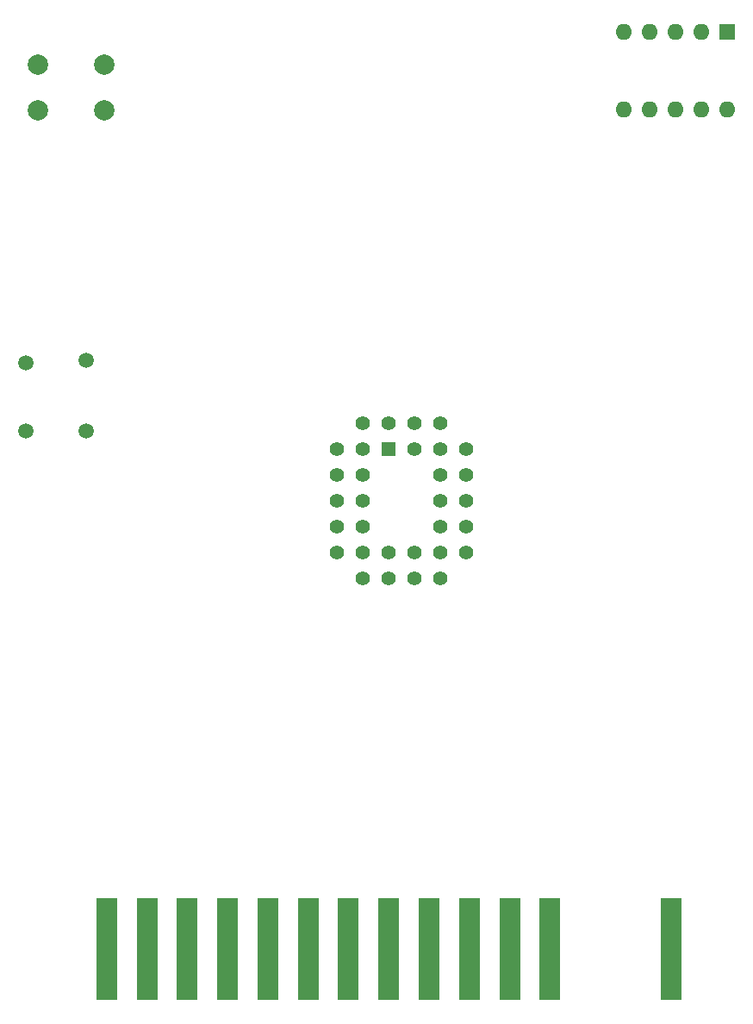
<source format=gbr>
G04 #@! TF.GenerationSoftware,KiCad,Pcbnew,(6.0.9)*
G04 #@! TF.CreationDate,2023-09-15T10:25:23+02:00*
G04 #@! TF.ProjectId,p2000t-multicartridge-smd,70323030-3074-42d6-9d75-6c7469636172,rev?*
G04 #@! TF.SameCoordinates,Original*
G04 #@! TF.FileFunction,Soldermask,Top*
G04 #@! TF.FilePolarity,Negative*
%FSLAX46Y46*%
G04 Gerber Fmt 4.6, Leading zero omitted, Abs format (unit mm)*
G04 Created by KiCad (PCBNEW (6.0.9)) date 2023-09-15 10:25:23*
%MOMM*%
%LPD*%
G01*
G04 APERTURE LIST*
%ADD10C,2.000000*%
%ADD11C,1.500000*%
%ADD12R,1.600000X1.600000*%
%ADD13O,1.600000X1.600000*%
%ADD14R,2.000000X10.000000*%
%ADD15R,1.422400X1.422400*%
%ADD16C,1.422400*%
G04 APERTURE END LIST*
D10*
X55247000Y-52345000D03*
X48747000Y-52345000D03*
X55247000Y-56845000D03*
X48747000Y-56845000D03*
D11*
X47498000Y-81661000D03*
X47498000Y-88370000D03*
X53445000Y-88370000D03*
X53467000Y-81407000D03*
D12*
X116459000Y-49149000D03*
D13*
X113919000Y-49149000D03*
X111379000Y-49149000D03*
X108839000Y-49149000D03*
X106299000Y-49149000D03*
X106299000Y-56769000D03*
X108839000Y-56769000D03*
X111379000Y-56769000D03*
X113919000Y-56769000D03*
X116459000Y-56769000D03*
D14*
X55465000Y-139192000D03*
X59425000Y-139192000D03*
X63385000Y-139192000D03*
X67345000Y-139192000D03*
X71305000Y-139192000D03*
X75265000Y-139192000D03*
X79225000Y-139192000D03*
X83185000Y-139192000D03*
X87145000Y-139192000D03*
X91105000Y-139192000D03*
X95065000Y-139192000D03*
X99025000Y-139192000D03*
X110905000Y-139192000D03*
D15*
X83147000Y-90145000D03*
D16*
X85687000Y-87605000D03*
X85687000Y-90145000D03*
X88227000Y-87605000D03*
X90767000Y-90145000D03*
X88227000Y-90145000D03*
X90767000Y-92685000D03*
X88227000Y-92685000D03*
X90767000Y-95225000D03*
X88227000Y-95225000D03*
X90767000Y-97765000D03*
X88227000Y-97765000D03*
X90767000Y-100305000D03*
X88227000Y-102845000D03*
X88227000Y-100305000D03*
X85687000Y-102845000D03*
X85687000Y-100305000D03*
X83147000Y-102845000D03*
X83147000Y-100305000D03*
X80607000Y-102845000D03*
X78067000Y-100305000D03*
X80607000Y-100305000D03*
X78067000Y-97765000D03*
X80607000Y-97765000D03*
X78067000Y-95225000D03*
X80607000Y-95225000D03*
X78067000Y-92685000D03*
X80607000Y-92685000D03*
X78067000Y-90145000D03*
X80607000Y-87605000D03*
X80607000Y-90145000D03*
X83147000Y-87605000D03*
M02*

</source>
